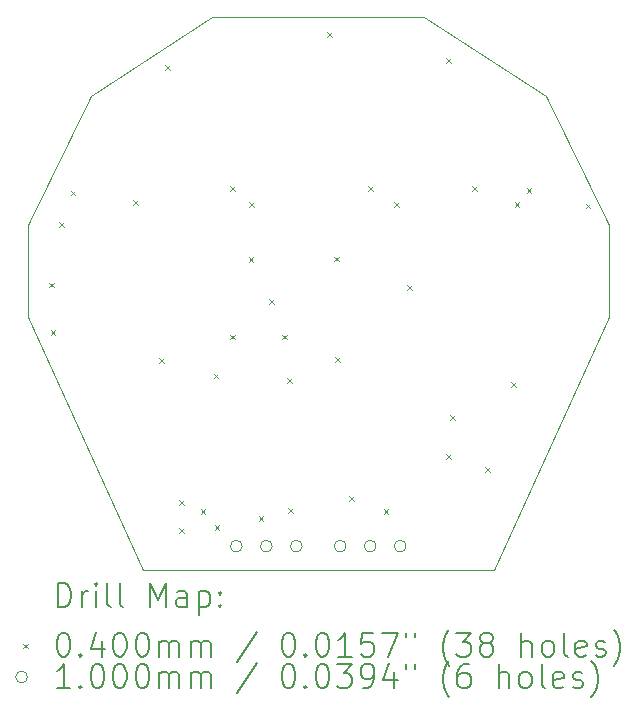
<source format=gbr>
%FSLAX45Y45*%
G04 Gerber Fmt 4.5, Leading zero omitted, Abs format (unit mm)*
G04 Created by KiCad (PCBNEW 6.0.4-6f826c9f35~116~ubuntu20.04.1) date 2022-04-29 21:51:41*
%MOMM*%
%LPD*%
G01*
G04 APERTURE LIST*
%TA.AperFunction,Profile*%
%ADD10C,0.100000*%
%TD*%
%ADD11C,0.200000*%
%ADD12C,0.040000*%
%ADD13C,0.100000*%
G04 APERTURE END LIST*
D10*
X6195000Y-2420000D02*
X7225000Y-3090000D01*
X7225000Y-3090000D02*
X7755000Y-4180000D01*
X7755000Y-4180000D02*
X7755000Y-4960000D01*
X7755000Y-4960000D02*
X6785000Y-7100000D01*
X4400000Y-2420000D02*
X6195000Y-2420000D01*
X3370000Y-3090000D02*
X4400000Y-2420000D01*
X2840000Y-4180000D02*
X3370000Y-3090000D01*
X2840000Y-4960000D02*
X2840000Y-4180000D01*
X3810000Y-7100000D02*
X2840000Y-4960000D01*
X6785000Y-7100000D02*
X3810000Y-7100000D01*
D11*
D12*
X3020000Y-4670000D02*
X3060000Y-4710000D01*
X3060000Y-4670000D02*
X3020000Y-4710000D01*
X3030000Y-5070000D02*
X3070000Y-5110000D01*
X3070000Y-5070000D02*
X3030000Y-5110000D01*
X3100000Y-4160000D02*
X3140000Y-4200000D01*
X3140000Y-4160000D02*
X3100000Y-4200000D01*
X3200098Y-3890000D02*
X3240098Y-3930000D01*
X3240098Y-3890000D02*
X3200098Y-3930000D01*
X3730000Y-3970000D02*
X3770000Y-4010000D01*
X3770000Y-3970000D02*
X3730000Y-4010000D01*
X3950000Y-5310000D02*
X3990000Y-5350000D01*
X3990000Y-5310000D02*
X3950000Y-5350000D01*
X4000000Y-2830000D02*
X4040000Y-2870000D01*
X4040000Y-2830000D02*
X4000000Y-2870000D01*
X4120000Y-6510000D02*
X4160000Y-6550000D01*
X4160000Y-6510000D02*
X4120000Y-6550000D01*
X4120000Y-6750000D02*
X4160000Y-6790000D01*
X4160000Y-6750000D02*
X4120000Y-6790000D01*
X4300000Y-6590000D02*
X4340000Y-6630000D01*
X4340000Y-6590000D02*
X4300000Y-6630000D01*
X4410000Y-5440000D02*
X4450000Y-5480000D01*
X4450000Y-5440000D02*
X4410000Y-5480000D01*
X4420000Y-6720000D02*
X4460000Y-6760000D01*
X4460000Y-6720000D02*
X4420000Y-6760000D01*
X4550000Y-3850000D02*
X4590000Y-3890000D01*
X4590000Y-3850000D02*
X4550000Y-3890000D01*
X4551000Y-5109000D02*
X4591000Y-5149000D01*
X4591000Y-5109000D02*
X4551000Y-5149000D01*
X4706000Y-4456000D02*
X4746000Y-4496000D01*
X4746000Y-4456000D02*
X4706000Y-4496000D01*
X4710000Y-3990000D02*
X4750000Y-4030000D01*
X4750000Y-3990000D02*
X4710000Y-4030000D01*
X4792355Y-6646840D02*
X4832355Y-6686840D01*
X4832355Y-6646840D02*
X4792355Y-6686840D01*
X4880000Y-4810000D02*
X4920000Y-4850000D01*
X4920000Y-4810000D02*
X4880000Y-4850000D01*
X4990000Y-5110000D02*
X5030000Y-5150000D01*
X5030000Y-5110000D02*
X4990000Y-5150000D01*
X5030000Y-5480000D02*
X5070000Y-5520000D01*
X5070000Y-5480000D02*
X5030000Y-5520000D01*
X5042527Y-6579950D02*
X5082527Y-6619950D01*
X5082527Y-6579950D02*
X5042527Y-6619950D01*
X5370000Y-2550000D02*
X5410000Y-2590000D01*
X5410000Y-2550000D02*
X5370000Y-2590000D01*
X5430000Y-4450000D02*
X5470000Y-4490000D01*
X5470000Y-4450000D02*
X5430000Y-4490000D01*
X5440000Y-5300000D02*
X5480000Y-5340000D01*
X5480000Y-5300000D02*
X5440000Y-5340000D01*
X5560000Y-6480000D02*
X5600000Y-6520000D01*
X5600000Y-6480000D02*
X5560000Y-6520000D01*
X5720000Y-3850000D02*
X5760000Y-3890000D01*
X5760000Y-3850000D02*
X5720000Y-3890000D01*
X5850000Y-6590000D02*
X5890000Y-6630000D01*
X5890000Y-6590000D02*
X5850000Y-6630000D01*
X5940000Y-3990000D02*
X5980000Y-4030000D01*
X5980000Y-3990000D02*
X5940000Y-4030000D01*
X6050000Y-4690000D02*
X6090000Y-4730000D01*
X6090000Y-4690000D02*
X6050000Y-4730000D01*
X6380000Y-2770000D02*
X6420000Y-2810000D01*
X6420000Y-2770000D02*
X6380000Y-2810000D01*
X6380000Y-6120000D02*
X6420000Y-6160000D01*
X6420000Y-6120000D02*
X6380000Y-6160000D01*
X6410000Y-5790000D02*
X6450000Y-5830000D01*
X6450000Y-5790000D02*
X6410000Y-5830000D01*
X6600000Y-3850000D02*
X6640000Y-3890000D01*
X6640000Y-3850000D02*
X6600000Y-3890000D01*
X6710000Y-6230000D02*
X6750000Y-6270000D01*
X6750000Y-6230000D02*
X6710000Y-6270000D01*
X6930000Y-5510000D02*
X6970000Y-5550000D01*
X6970000Y-5510000D02*
X6930000Y-5550000D01*
X6960000Y-3990000D02*
X7000000Y-4030000D01*
X7000000Y-3990000D02*
X6960000Y-4030000D01*
X7060000Y-3870000D02*
X7100000Y-3910000D01*
X7100000Y-3870000D02*
X7060000Y-3910000D01*
X7560000Y-4000000D02*
X7600000Y-4040000D01*
X7600000Y-4000000D02*
X7560000Y-4040000D01*
D13*
X4652000Y-6900000D02*
G75*
G03*
X4652000Y-6900000I-50000J0D01*
G01*
X4906000Y-6900000D02*
G75*
G03*
X4906000Y-6900000I-50000J0D01*
G01*
X5160000Y-6900000D02*
G75*
G03*
X5160000Y-6900000I-50000J0D01*
G01*
X5532000Y-6900000D02*
G75*
G03*
X5532000Y-6900000I-50000J0D01*
G01*
X5786000Y-6900000D02*
G75*
G03*
X5786000Y-6900000I-50000J0D01*
G01*
X6040000Y-6900000D02*
G75*
G03*
X6040000Y-6900000I-50000J0D01*
G01*
D11*
X3092619Y-7415476D02*
X3092619Y-7215476D01*
X3140238Y-7215476D01*
X3168809Y-7225000D01*
X3187857Y-7244048D01*
X3197381Y-7263095D01*
X3206905Y-7301190D01*
X3206905Y-7329762D01*
X3197381Y-7367857D01*
X3187857Y-7386905D01*
X3168809Y-7405952D01*
X3140238Y-7415476D01*
X3092619Y-7415476D01*
X3292619Y-7415476D02*
X3292619Y-7282143D01*
X3292619Y-7320238D02*
X3302143Y-7301190D01*
X3311667Y-7291667D01*
X3330714Y-7282143D01*
X3349762Y-7282143D01*
X3416428Y-7415476D02*
X3416428Y-7282143D01*
X3416428Y-7215476D02*
X3406905Y-7225000D01*
X3416428Y-7234524D01*
X3425952Y-7225000D01*
X3416428Y-7215476D01*
X3416428Y-7234524D01*
X3540238Y-7415476D02*
X3521190Y-7405952D01*
X3511667Y-7386905D01*
X3511667Y-7215476D01*
X3645000Y-7415476D02*
X3625952Y-7405952D01*
X3616428Y-7386905D01*
X3616428Y-7215476D01*
X3873571Y-7415476D02*
X3873571Y-7215476D01*
X3940238Y-7358333D01*
X4006905Y-7215476D01*
X4006905Y-7415476D01*
X4187857Y-7415476D02*
X4187857Y-7310714D01*
X4178333Y-7291667D01*
X4159286Y-7282143D01*
X4121190Y-7282143D01*
X4102143Y-7291667D01*
X4187857Y-7405952D02*
X4168809Y-7415476D01*
X4121190Y-7415476D01*
X4102143Y-7405952D01*
X4092619Y-7386905D01*
X4092619Y-7367857D01*
X4102143Y-7348809D01*
X4121190Y-7339286D01*
X4168809Y-7339286D01*
X4187857Y-7329762D01*
X4283095Y-7282143D02*
X4283095Y-7482143D01*
X4283095Y-7291667D02*
X4302143Y-7282143D01*
X4340238Y-7282143D01*
X4359286Y-7291667D01*
X4368810Y-7301190D01*
X4378333Y-7320238D01*
X4378333Y-7377381D01*
X4368810Y-7396428D01*
X4359286Y-7405952D01*
X4340238Y-7415476D01*
X4302143Y-7415476D01*
X4283095Y-7405952D01*
X4464048Y-7396428D02*
X4473571Y-7405952D01*
X4464048Y-7415476D01*
X4454524Y-7405952D01*
X4464048Y-7396428D01*
X4464048Y-7415476D01*
X4464048Y-7291667D02*
X4473571Y-7301190D01*
X4464048Y-7310714D01*
X4454524Y-7301190D01*
X4464048Y-7291667D01*
X4464048Y-7310714D01*
D12*
X2795000Y-7725000D02*
X2835000Y-7765000D01*
X2835000Y-7725000D02*
X2795000Y-7765000D01*
D11*
X3130714Y-7635476D02*
X3149762Y-7635476D01*
X3168809Y-7645000D01*
X3178333Y-7654524D01*
X3187857Y-7673571D01*
X3197381Y-7711667D01*
X3197381Y-7759286D01*
X3187857Y-7797381D01*
X3178333Y-7816428D01*
X3168809Y-7825952D01*
X3149762Y-7835476D01*
X3130714Y-7835476D01*
X3111667Y-7825952D01*
X3102143Y-7816428D01*
X3092619Y-7797381D01*
X3083095Y-7759286D01*
X3083095Y-7711667D01*
X3092619Y-7673571D01*
X3102143Y-7654524D01*
X3111667Y-7645000D01*
X3130714Y-7635476D01*
X3283095Y-7816428D02*
X3292619Y-7825952D01*
X3283095Y-7835476D01*
X3273571Y-7825952D01*
X3283095Y-7816428D01*
X3283095Y-7835476D01*
X3464048Y-7702143D02*
X3464048Y-7835476D01*
X3416428Y-7625952D02*
X3368809Y-7768809D01*
X3492619Y-7768809D01*
X3606905Y-7635476D02*
X3625952Y-7635476D01*
X3645000Y-7645000D01*
X3654524Y-7654524D01*
X3664048Y-7673571D01*
X3673571Y-7711667D01*
X3673571Y-7759286D01*
X3664048Y-7797381D01*
X3654524Y-7816428D01*
X3645000Y-7825952D01*
X3625952Y-7835476D01*
X3606905Y-7835476D01*
X3587857Y-7825952D01*
X3578333Y-7816428D01*
X3568809Y-7797381D01*
X3559286Y-7759286D01*
X3559286Y-7711667D01*
X3568809Y-7673571D01*
X3578333Y-7654524D01*
X3587857Y-7645000D01*
X3606905Y-7635476D01*
X3797381Y-7635476D02*
X3816428Y-7635476D01*
X3835476Y-7645000D01*
X3845000Y-7654524D01*
X3854524Y-7673571D01*
X3864048Y-7711667D01*
X3864048Y-7759286D01*
X3854524Y-7797381D01*
X3845000Y-7816428D01*
X3835476Y-7825952D01*
X3816428Y-7835476D01*
X3797381Y-7835476D01*
X3778333Y-7825952D01*
X3768809Y-7816428D01*
X3759286Y-7797381D01*
X3749762Y-7759286D01*
X3749762Y-7711667D01*
X3759286Y-7673571D01*
X3768809Y-7654524D01*
X3778333Y-7645000D01*
X3797381Y-7635476D01*
X3949762Y-7835476D02*
X3949762Y-7702143D01*
X3949762Y-7721190D02*
X3959286Y-7711667D01*
X3978333Y-7702143D01*
X4006905Y-7702143D01*
X4025952Y-7711667D01*
X4035476Y-7730714D01*
X4035476Y-7835476D01*
X4035476Y-7730714D02*
X4045000Y-7711667D01*
X4064048Y-7702143D01*
X4092619Y-7702143D01*
X4111667Y-7711667D01*
X4121190Y-7730714D01*
X4121190Y-7835476D01*
X4216429Y-7835476D02*
X4216429Y-7702143D01*
X4216429Y-7721190D02*
X4225952Y-7711667D01*
X4245000Y-7702143D01*
X4273571Y-7702143D01*
X4292619Y-7711667D01*
X4302143Y-7730714D01*
X4302143Y-7835476D01*
X4302143Y-7730714D02*
X4311667Y-7711667D01*
X4330714Y-7702143D01*
X4359286Y-7702143D01*
X4378333Y-7711667D01*
X4387857Y-7730714D01*
X4387857Y-7835476D01*
X4778333Y-7625952D02*
X4606905Y-7883095D01*
X5035476Y-7635476D02*
X5054524Y-7635476D01*
X5073571Y-7645000D01*
X5083095Y-7654524D01*
X5092619Y-7673571D01*
X5102143Y-7711667D01*
X5102143Y-7759286D01*
X5092619Y-7797381D01*
X5083095Y-7816428D01*
X5073571Y-7825952D01*
X5054524Y-7835476D01*
X5035476Y-7835476D01*
X5016429Y-7825952D01*
X5006905Y-7816428D01*
X4997381Y-7797381D01*
X4987857Y-7759286D01*
X4987857Y-7711667D01*
X4997381Y-7673571D01*
X5006905Y-7654524D01*
X5016429Y-7645000D01*
X5035476Y-7635476D01*
X5187857Y-7816428D02*
X5197381Y-7825952D01*
X5187857Y-7835476D01*
X5178333Y-7825952D01*
X5187857Y-7816428D01*
X5187857Y-7835476D01*
X5321190Y-7635476D02*
X5340238Y-7635476D01*
X5359286Y-7645000D01*
X5368810Y-7654524D01*
X5378333Y-7673571D01*
X5387857Y-7711667D01*
X5387857Y-7759286D01*
X5378333Y-7797381D01*
X5368810Y-7816428D01*
X5359286Y-7825952D01*
X5340238Y-7835476D01*
X5321190Y-7835476D01*
X5302143Y-7825952D01*
X5292619Y-7816428D01*
X5283095Y-7797381D01*
X5273571Y-7759286D01*
X5273571Y-7711667D01*
X5283095Y-7673571D01*
X5292619Y-7654524D01*
X5302143Y-7645000D01*
X5321190Y-7635476D01*
X5578333Y-7835476D02*
X5464048Y-7835476D01*
X5521190Y-7835476D02*
X5521190Y-7635476D01*
X5502143Y-7664048D01*
X5483095Y-7683095D01*
X5464048Y-7692619D01*
X5759286Y-7635476D02*
X5664048Y-7635476D01*
X5654524Y-7730714D01*
X5664048Y-7721190D01*
X5683095Y-7711667D01*
X5730714Y-7711667D01*
X5749762Y-7721190D01*
X5759286Y-7730714D01*
X5768809Y-7749762D01*
X5768809Y-7797381D01*
X5759286Y-7816428D01*
X5749762Y-7825952D01*
X5730714Y-7835476D01*
X5683095Y-7835476D01*
X5664048Y-7825952D01*
X5654524Y-7816428D01*
X5835476Y-7635476D02*
X5968809Y-7635476D01*
X5883095Y-7835476D01*
X6035476Y-7635476D02*
X6035476Y-7673571D01*
X6111667Y-7635476D02*
X6111667Y-7673571D01*
X6406905Y-7911667D02*
X6397381Y-7902143D01*
X6378333Y-7873571D01*
X6368809Y-7854524D01*
X6359286Y-7825952D01*
X6349762Y-7778333D01*
X6349762Y-7740238D01*
X6359286Y-7692619D01*
X6368809Y-7664048D01*
X6378333Y-7645000D01*
X6397381Y-7616428D01*
X6406905Y-7606905D01*
X6464048Y-7635476D02*
X6587857Y-7635476D01*
X6521190Y-7711667D01*
X6549762Y-7711667D01*
X6568809Y-7721190D01*
X6578333Y-7730714D01*
X6587857Y-7749762D01*
X6587857Y-7797381D01*
X6578333Y-7816428D01*
X6568809Y-7825952D01*
X6549762Y-7835476D01*
X6492619Y-7835476D01*
X6473571Y-7825952D01*
X6464048Y-7816428D01*
X6702143Y-7721190D02*
X6683095Y-7711667D01*
X6673571Y-7702143D01*
X6664048Y-7683095D01*
X6664048Y-7673571D01*
X6673571Y-7654524D01*
X6683095Y-7645000D01*
X6702143Y-7635476D01*
X6740238Y-7635476D01*
X6759286Y-7645000D01*
X6768809Y-7654524D01*
X6778333Y-7673571D01*
X6778333Y-7683095D01*
X6768809Y-7702143D01*
X6759286Y-7711667D01*
X6740238Y-7721190D01*
X6702143Y-7721190D01*
X6683095Y-7730714D01*
X6673571Y-7740238D01*
X6664048Y-7759286D01*
X6664048Y-7797381D01*
X6673571Y-7816428D01*
X6683095Y-7825952D01*
X6702143Y-7835476D01*
X6740238Y-7835476D01*
X6759286Y-7825952D01*
X6768809Y-7816428D01*
X6778333Y-7797381D01*
X6778333Y-7759286D01*
X6768809Y-7740238D01*
X6759286Y-7730714D01*
X6740238Y-7721190D01*
X7016428Y-7835476D02*
X7016428Y-7635476D01*
X7102143Y-7835476D02*
X7102143Y-7730714D01*
X7092619Y-7711667D01*
X7073571Y-7702143D01*
X7045000Y-7702143D01*
X7025952Y-7711667D01*
X7016428Y-7721190D01*
X7225952Y-7835476D02*
X7206905Y-7825952D01*
X7197381Y-7816428D01*
X7187857Y-7797381D01*
X7187857Y-7740238D01*
X7197381Y-7721190D01*
X7206905Y-7711667D01*
X7225952Y-7702143D01*
X7254524Y-7702143D01*
X7273571Y-7711667D01*
X7283095Y-7721190D01*
X7292619Y-7740238D01*
X7292619Y-7797381D01*
X7283095Y-7816428D01*
X7273571Y-7825952D01*
X7254524Y-7835476D01*
X7225952Y-7835476D01*
X7406905Y-7835476D02*
X7387857Y-7825952D01*
X7378333Y-7806905D01*
X7378333Y-7635476D01*
X7559286Y-7825952D02*
X7540238Y-7835476D01*
X7502143Y-7835476D01*
X7483095Y-7825952D01*
X7473571Y-7806905D01*
X7473571Y-7730714D01*
X7483095Y-7711667D01*
X7502143Y-7702143D01*
X7540238Y-7702143D01*
X7559286Y-7711667D01*
X7568809Y-7730714D01*
X7568809Y-7749762D01*
X7473571Y-7768809D01*
X7645000Y-7825952D02*
X7664048Y-7835476D01*
X7702143Y-7835476D01*
X7721190Y-7825952D01*
X7730714Y-7806905D01*
X7730714Y-7797381D01*
X7721190Y-7778333D01*
X7702143Y-7768809D01*
X7673571Y-7768809D01*
X7654524Y-7759286D01*
X7645000Y-7740238D01*
X7645000Y-7730714D01*
X7654524Y-7711667D01*
X7673571Y-7702143D01*
X7702143Y-7702143D01*
X7721190Y-7711667D01*
X7797381Y-7911667D02*
X7806905Y-7902143D01*
X7825952Y-7873571D01*
X7835476Y-7854524D01*
X7845000Y-7825952D01*
X7854524Y-7778333D01*
X7854524Y-7740238D01*
X7845000Y-7692619D01*
X7835476Y-7664048D01*
X7825952Y-7645000D01*
X7806905Y-7616428D01*
X7797381Y-7606905D01*
D13*
X2835000Y-8009000D02*
G75*
G03*
X2835000Y-8009000I-50000J0D01*
G01*
D11*
X3197381Y-8099476D02*
X3083095Y-8099476D01*
X3140238Y-8099476D02*
X3140238Y-7899476D01*
X3121190Y-7928048D01*
X3102143Y-7947095D01*
X3083095Y-7956619D01*
X3283095Y-8080428D02*
X3292619Y-8089952D01*
X3283095Y-8099476D01*
X3273571Y-8089952D01*
X3283095Y-8080428D01*
X3283095Y-8099476D01*
X3416428Y-7899476D02*
X3435476Y-7899476D01*
X3454524Y-7909000D01*
X3464048Y-7918524D01*
X3473571Y-7937571D01*
X3483095Y-7975667D01*
X3483095Y-8023286D01*
X3473571Y-8061381D01*
X3464048Y-8080428D01*
X3454524Y-8089952D01*
X3435476Y-8099476D01*
X3416428Y-8099476D01*
X3397381Y-8089952D01*
X3387857Y-8080428D01*
X3378333Y-8061381D01*
X3368809Y-8023286D01*
X3368809Y-7975667D01*
X3378333Y-7937571D01*
X3387857Y-7918524D01*
X3397381Y-7909000D01*
X3416428Y-7899476D01*
X3606905Y-7899476D02*
X3625952Y-7899476D01*
X3645000Y-7909000D01*
X3654524Y-7918524D01*
X3664048Y-7937571D01*
X3673571Y-7975667D01*
X3673571Y-8023286D01*
X3664048Y-8061381D01*
X3654524Y-8080428D01*
X3645000Y-8089952D01*
X3625952Y-8099476D01*
X3606905Y-8099476D01*
X3587857Y-8089952D01*
X3578333Y-8080428D01*
X3568809Y-8061381D01*
X3559286Y-8023286D01*
X3559286Y-7975667D01*
X3568809Y-7937571D01*
X3578333Y-7918524D01*
X3587857Y-7909000D01*
X3606905Y-7899476D01*
X3797381Y-7899476D02*
X3816428Y-7899476D01*
X3835476Y-7909000D01*
X3845000Y-7918524D01*
X3854524Y-7937571D01*
X3864048Y-7975667D01*
X3864048Y-8023286D01*
X3854524Y-8061381D01*
X3845000Y-8080428D01*
X3835476Y-8089952D01*
X3816428Y-8099476D01*
X3797381Y-8099476D01*
X3778333Y-8089952D01*
X3768809Y-8080428D01*
X3759286Y-8061381D01*
X3749762Y-8023286D01*
X3749762Y-7975667D01*
X3759286Y-7937571D01*
X3768809Y-7918524D01*
X3778333Y-7909000D01*
X3797381Y-7899476D01*
X3949762Y-8099476D02*
X3949762Y-7966143D01*
X3949762Y-7985190D02*
X3959286Y-7975667D01*
X3978333Y-7966143D01*
X4006905Y-7966143D01*
X4025952Y-7975667D01*
X4035476Y-7994714D01*
X4035476Y-8099476D01*
X4035476Y-7994714D02*
X4045000Y-7975667D01*
X4064048Y-7966143D01*
X4092619Y-7966143D01*
X4111667Y-7975667D01*
X4121190Y-7994714D01*
X4121190Y-8099476D01*
X4216429Y-8099476D02*
X4216429Y-7966143D01*
X4216429Y-7985190D02*
X4225952Y-7975667D01*
X4245000Y-7966143D01*
X4273571Y-7966143D01*
X4292619Y-7975667D01*
X4302143Y-7994714D01*
X4302143Y-8099476D01*
X4302143Y-7994714D02*
X4311667Y-7975667D01*
X4330714Y-7966143D01*
X4359286Y-7966143D01*
X4378333Y-7975667D01*
X4387857Y-7994714D01*
X4387857Y-8099476D01*
X4778333Y-7889952D02*
X4606905Y-8147095D01*
X5035476Y-7899476D02*
X5054524Y-7899476D01*
X5073571Y-7909000D01*
X5083095Y-7918524D01*
X5092619Y-7937571D01*
X5102143Y-7975667D01*
X5102143Y-8023286D01*
X5092619Y-8061381D01*
X5083095Y-8080428D01*
X5073571Y-8089952D01*
X5054524Y-8099476D01*
X5035476Y-8099476D01*
X5016429Y-8089952D01*
X5006905Y-8080428D01*
X4997381Y-8061381D01*
X4987857Y-8023286D01*
X4987857Y-7975667D01*
X4997381Y-7937571D01*
X5006905Y-7918524D01*
X5016429Y-7909000D01*
X5035476Y-7899476D01*
X5187857Y-8080428D02*
X5197381Y-8089952D01*
X5187857Y-8099476D01*
X5178333Y-8089952D01*
X5187857Y-8080428D01*
X5187857Y-8099476D01*
X5321190Y-7899476D02*
X5340238Y-7899476D01*
X5359286Y-7909000D01*
X5368810Y-7918524D01*
X5378333Y-7937571D01*
X5387857Y-7975667D01*
X5387857Y-8023286D01*
X5378333Y-8061381D01*
X5368810Y-8080428D01*
X5359286Y-8089952D01*
X5340238Y-8099476D01*
X5321190Y-8099476D01*
X5302143Y-8089952D01*
X5292619Y-8080428D01*
X5283095Y-8061381D01*
X5273571Y-8023286D01*
X5273571Y-7975667D01*
X5283095Y-7937571D01*
X5292619Y-7918524D01*
X5302143Y-7909000D01*
X5321190Y-7899476D01*
X5454524Y-7899476D02*
X5578333Y-7899476D01*
X5511667Y-7975667D01*
X5540238Y-7975667D01*
X5559286Y-7985190D01*
X5568810Y-7994714D01*
X5578333Y-8013762D01*
X5578333Y-8061381D01*
X5568810Y-8080428D01*
X5559286Y-8089952D01*
X5540238Y-8099476D01*
X5483095Y-8099476D01*
X5464048Y-8089952D01*
X5454524Y-8080428D01*
X5673571Y-8099476D02*
X5711667Y-8099476D01*
X5730714Y-8089952D01*
X5740238Y-8080428D01*
X5759286Y-8051857D01*
X5768809Y-8013762D01*
X5768809Y-7937571D01*
X5759286Y-7918524D01*
X5749762Y-7909000D01*
X5730714Y-7899476D01*
X5692619Y-7899476D01*
X5673571Y-7909000D01*
X5664048Y-7918524D01*
X5654524Y-7937571D01*
X5654524Y-7985190D01*
X5664048Y-8004238D01*
X5673571Y-8013762D01*
X5692619Y-8023286D01*
X5730714Y-8023286D01*
X5749762Y-8013762D01*
X5759286Y-8004238D01*
X5768809Y-7985190D01*
X5940238Y-7966143D02*
X5940238Y-8099476D01*
X5892619Y-7889952D02*
X5845000Y-8032809D01*
X5968809Y-8032809D01*
X6035476Y-7899476D02*
X6035476Y-7937571D01*
X6111667Y-7899476D02*
X6111667Y-7937571D01*
X6406905Y-8175667D02*
X6397381Y-8166143D01*
X6378333Y-8137571D01*
X6368809Y-8118524D01*
X6359286Y-8089952D01*
X6349762Y-8042333D01*
X6349762Y-8004238D01*
X6359286Y-7956619D01*
X6368809Y-7928048D01*
X6378333Y-7909000D01*
X6397381Y-7880428D01*
X6406905Y-7870905D01*
X6568809Y-7899476D02*
X6530714Y-7899476D01*
X6511667Y-7909000D01*
X6502143Y-7918524D01*
X6483095Y-7947095D01*
X6473571Y-7985190D01*
X6473571Y-8061381D01*
X6483095Y-8080428D01*
X6492619Y-8089952D01*
X6511667Y-8099476D01*
X6549762Y-8099476D01*
X6568809Y-8089952D01*
X6578333Y-8080428D01*
X6587857Y-8061381D01*
X6587857Y-8013762D01*
X6578333Y-7994714D01*
X6568809Y-7985190D01*
X6549762Y-7975667D01*
X6511667Y-7975667D01*
X6492619Y-7985190D01*
X6483095Y-7994714D01*
X6473571Y-8013762D01*
X6825952Y-8099476D02*
X6825952Y-7899476D01*
X6911667Y-8099476D02*
X6911667Y-7994714D01*
X6902143Y-7975667D01*
X6883095Y-7966143D01*
X6854524Y-7966143D01*
X6835476Y-7975667D01*
X6825952Y-7985190D01*
X7035476Y-8099476D02*
X7016428Y-8089952D01*
X7006905Y-8080428D01*
X6997381Y-8061381D01*
X6997381Y-8004238D01*
X7006905Y-7985190D01*
X7016428Y-7975667D01*
X7035476Y-7966143D01*
X7064048Y-7966143D01*
X7083095Y-7975667D01*
X7092619Y-7985190D01*
X7102143Y-8004238D01*
X7102143Y-8061381D01*
X7092619Y-8080428D01*
X7083095Y-8089952D01*
X7064048Y-8099476D01*
X7035476Y-8099476D01*
X7216428Y-8099476D02*
X7197381Y-8089952D01*
X7187857Y-8070905D01*
X7187857Y-7899476D01*
X7368809Y-8089952D02*
X7349762Y-8099476D01*
X7311667Y-8099476D01*
X7292619Y-8089952D01*
X7283095Y-8070905D01*
X7283095Y-7994714D01*
X7292619Y-7975667D01*
X7311667Y-7966143D01*
X7349762Y-7966143D01*
X7368809Y-7975667D01*
X7378333Y-7994714D01*
X7378333Y-8013762D01*
X7283095Y-8032809D01*
X7454524Y-8089952D02*
X7473571Y-8099476D01*
X7511667Y-8099476D01*
X7530714Y-8089952D01*
X7540238Y-8070905D01*
X7540238Y-8061381D01*
X7530714Y-8042333D01*
X7511667Y-8032809D01*
X7483095Y-8032809D01*
X7464048Y-8023286D01*
X7454524Y-8004238D01*
X7454524Y-7994714D01*
X7464048Y-7975667D01*
X7483095Y-7966143D01*
X7511667Y-7966143D01*
X7530714Y-7975667D01*
X7606905Y-8175667D02*
X7616428Y-8166143D01*
X7635476Y-8137571D01*
X7645000Y-8118524D01*
X7654524Y-8089952D01*
X7664048Y-8042333D01*
X7664048Y-8004238D01*
X7654524Y-7956619D01*
X7645000Y-7928048D01*
X7635476Y-7909000D01*
X7616428Y-7880428D01*
X7606905Y-7870905D01*
M02*

</source>
